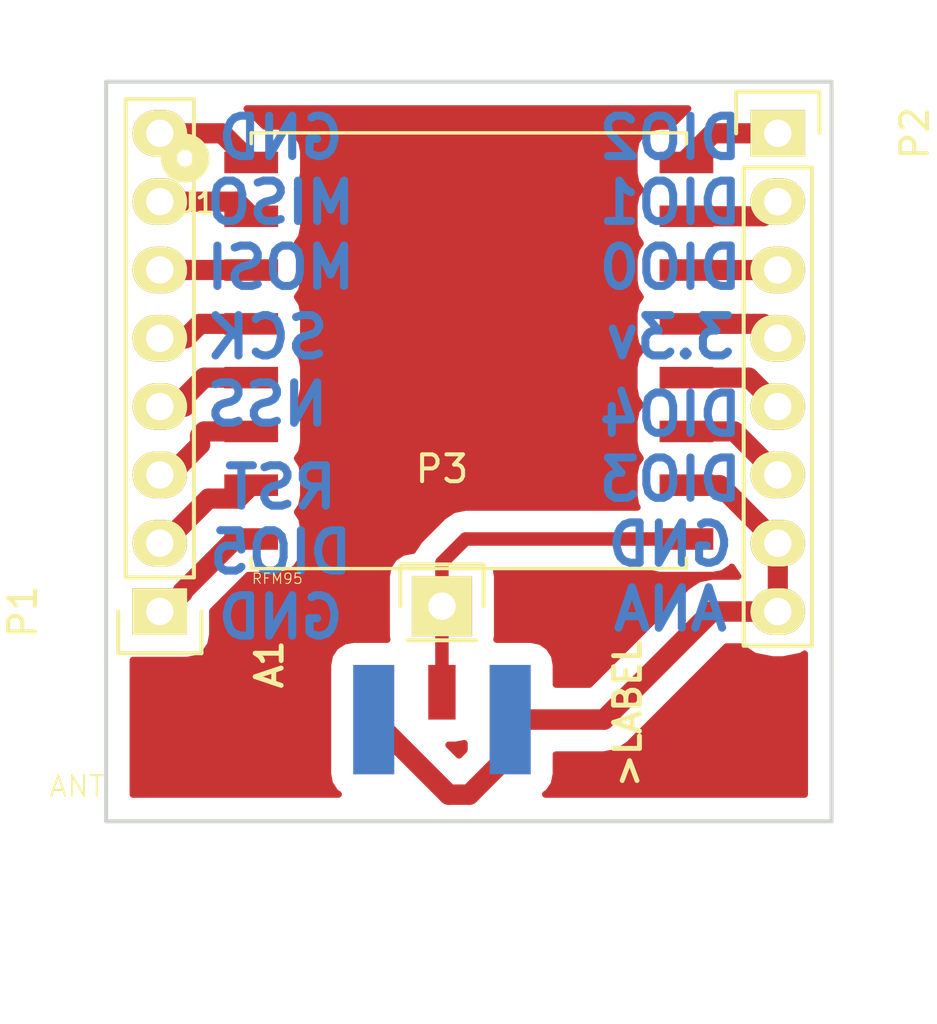
<source format=kicad_pcb>
(kicad_pcb (version 4) (host pcbnew 4.0.0-rc1-stable)

  (general
    (links 20)
    (no_connects 0)
    (area 134.924999 94.924999 162.075001 122.575001)
    (thickness 1.6)
    (drawings 13)
    (tracks 57)
    (zones 0)
    (modules 5)
    (nets 17)
  )

  (page A4)
  (layers
    (0 F.Cu signal)
    (31 B.Cu signal)
    (32 B.Adhes user)
    (33 F.Adhes user)
    (34 B.Paste user)
    (35 F.Paste user)
    (36 B.SilkS user)
    (37 F.SilkS user)
    (38 B.Mask user)
    (39 F.Mask user)
    (40 Dwgs.User user)
    (41 Cmts.User user)
    (42 Eco1.User user)
    (43 Eco2.User user)
    (44 Edge.Cuts user)
    (45 Margin user)
    (46 B.CrtYd user)
    (47 F.CrtYd user)
    (48 B.Fab user)
    (49 F.Fab user)
  )

  (setup
    (last_trace_width 0.25)
    (trace_clearance 0.2)
    (zone_clearance 0.8)
    (zone_45_only no)
    (trace_min 0.2)
    (segment_width 0.2)
    (edge_width 0.15)
    (via_size 0.6)
    (via_drill 0.4)
    (via_min_size 0.4)
    (via_min_drill 0.3)
    (uvia_size 0.3)
    (uvia_drill 0.1)
    (uvias_allowed no)
    (uvia_min_size 0.2)
    (uvia_min_drill 0.1)
    (pcb_text_width 0.3)
    (pcb_text_size 1.5 1.5)
    (mod_edge_width 0.15)
    (mod_text_size 1 1)
    (mod_text_width 0.15)
    (pad_size 1.524 1.524)
    (pad_drill 0.762)
    (pad_to_mask_clearance 0.2)
    (aux_axis_origin 0 0)
    (visible_elements 7FFFFFFF)
    (pcbplotparams
      (layerselection 0x00030_80000001)
      (usegerberextensions false)
      (excludeedgelayer true)
      (linewidth 0.100000)
      (plotframeref false)
      (viasonmask false)
      (mode 1)
      (useauxorigin false)
      (hpglpennumber 1)
      (hpglpenspeed 20)
      (hpglpendiameter 15)
      (hpglpenoverlay 2)
      (psnegative false)
      (psa4output false)
      (plotreference true)
      (plotvalue true)
      (plotinvisibletext false)
      (padsonsilk false)
      (subtractmaskfromsilk false)
      (outputformat 1)
      (mirror false)
      (drillshape 1)
      (scaleselection 1)
      (outputdirectory ""))
  )

  (net 0 "")
  (net 1 "Net-(P1-Pad1)")
  (net 2 "Net-(P1-Pad2)")
  (net 3 "Net-(P1-Pad3)")
  (net 4 "Net-(P1-Pad4)")
  (net 5 "Net-(P1-Pad5)")
  (net 6 "Net-(P1-Pad6)")
  (net 7 "Net-(P1-Pad7)")
  (net 8 "Net-(P1-Pad8)")
  (net 9 "Net-(P2-Pad1)")
  (net 10 "Net-(P2-Pad2)")
  (net 11 "Net-(P2-Pad3)")
  (net 12 "Net-(P2-Pad4)")
  (net 13 "Net-(P2-Pad5)")
  (net 14 "Net-(P2-Pad6)")
  (net 15 "Net-(A1-Pad1)")
  (net 16 "Net-(A1-Pad2)")

  (net_class Default "This is the default net class."
    (clearance 0.2)
    (trace_width 0.25)
    (via_dia 0.6)
    (via_drill 0.4)
    (uvia_dia 0.3)
    (uvia_drill 0.1)
    (add_net "Net-(A1-Pad1)")
    (add_net "Net-(A1-Pad2)")
    (add_net "Net-(P1-Pad1)")
    (add_net "Net-(P1-Pad2)")
    (add_net "Net-(P1-Pad3)")
    (add_net "Net-(P1-Pad4)")
    (add_net "Net-(P1-Pad5)")
    (add_net "Net-(P1-Pad6)")
    (add_net "Net-(P1-Pad7)")
    (add_net "Net-(P1-Pad8)")
    (add_net "Net-(P2-Pad1)")
    (add_net "Net-(P2-Pad2)")
    (add_net "Net-(P2-Pad3)")
    (add_net "Net-(P2-Pad4)")
    (add_net "Net-(P2-Pad5)")
    (add_net "Net-(P2-Pad6)")
  )

  (module LoRa:RFM (layer F.Cu) (tedit 576CF4AF) (tstamp 576CFD02)
    (at 148.5011 105.0036)
    (path /576D735D)
    (fp_text reference U1 (at -11.07 -5.04) (layer F.SilkS)
      (effects (font (size 0.77216 0.77216) (thickness 0.138988)) (justify left bottom))
    )
    (fp_text value RFM95 (at -8.1 8.7) (layer F.SilkS)
      (effects (font (size 0.38608 0.38608) (thickness 0.038608)) (justify left bottom))
    )
    (fp_line (start -8 -8) (end 8 -8) (layer Dwgs.User) (width 0.127))
    (fp_line (start 8 -8) (end 8 8) (layer Dwgs.User) (width 0.127))
    (fp_line (start 8 8) (end -8 8) (layer Dwgs.User) (width 0.127))
    (fp_line (start -8 8) (end -8 -8) (layer Dwgs.User) (width 0.127))
    (fp_line (start -8.1 -7.7) (end -8.1 -8.1) (layer F.SilkS) (width 0.127))
    (fp_line (start -8.1 -8.1) (end 8.1 -8.1) (layer F.SilkS) (width 0.127))
    (fp_line (start 8.1 -8.1) (end 8.1 -7.7) (layer F.SilkS) (width 0.127))
    (fp_line (start -8.1 7.7) (end -8.1 8.1) (layer F.SilkS) (width 0.127))
    (fp_line (start -8.1 8.1) (end 8.1 8.1) (layer F.SilkS) (width 0.127))
    (fp_line (start 8.1 8.1) (end 8.1 7.7) (layer F.SilkS) (width 0.127))
    (fp_circle (center -10.56 -7.16) (end -10.26 -7.16) (layer F.SilkS) (width 0.6096))
    (pad 16 smd rect (at 8.1 7 180) (size 2 0.8) (layers F.Cu F.Paste F.Mask)
      (net 16 "Net-(A1-Pad2)"))
    (pad 15 smd rect (at 8.1 5 180) (size 2 0.8) (layers F.Cu F.Paste F.Mask)
      (net 15 "Net-(A1-Pad1)"))
    (pad 14 smd rect (at 8.1 3 180) (size 2 0.8) (layers F.Cu F.Paste F.Mask)
      (net 14 "Net-(P2-Pad6)"))
    (pad 13 smd rect (at 8.1 1 180) (size 2 0.8) (layers F.Cu F.Paste F.Mask)
      (net 13 "Net-(P2-Pad5)"))
    (pad 12 smd rect (at 8.1 -1 180) (size 2 0.8) (layers F.Cu F.Paste F.Mask)
      (net 12 "Net-(P2-Pad4)"))
    (pad 11 smd rect (at 8.1 -3 180) (size 2 0.8) (layers F.Cu F.Paste F.Mask)
      (net 11 "Net-(P2-Pad3)"))
    (pad 10 smd rect (at 8.1 -5 180) (size 2 0.8) (layers F.Cu F.Paste F.Mask)
      (net 10 "Net-(P2-Pad2)"))
    (pad 9 smd rect (at 8.1 -7 180) (size 2 0.8) (layers F.Cu F.Paste F.Mask)
      (net 9 "Net-(P2-Pad1)"))
    (pad 1 smd rect (at -8.1 -7) (size 2 0.8) (layers F.Cu F.Paste F.Mask)
      (net 8 "Net-(P1-Pad8)"))
    (pad 2 smd rect (at -8.1 -5) (size 2 0.8) (layers F.Cu F.Paste F.Mask)
      (net 7 "Net-(P1-Pad7)"))
    (pad 3 smd rect (at -8.1 -3) (size 2 0.8) (layers F.Cu F.Paste F.Mask)
      (net 6 "Net-(P1-Pad6)"))
    (pad 4 smd rect (at -8.1 -1) (size 2 0.8) (layers F.Cu F.Paste F.Mask)
      (net 5 "Net-(P1-Pad5)"))
    (pad 5 smd rect (at -8.1 1) (size 2 0.8) (layers F.Cu F.Paste F.Mask)
      (net 4 "Net-(P1-Pad4)"))
    (pad 6 smd rect (at -8.1 3) (size 2 0.8) (layers F.Cu F.Paste F.Mask)
      (net 3 "Net-(P1-Pad3)"))
    (pad 7 smd rect (at -8.1 5) (size 2 0.8) (layers F.Cu F.Paste F.Mask)
      (net 2 "Net-(P1-Pad2)"))
    (pad 8 smd rect (at -8.1 7 180) (size 2 0.8) (layers F.Cu F.Paste F.Mask)
      (net 1 "Net-(P1-Pad1)"))
  )

  (module Socket_Strips:Socket_Strip_Straight_1x08 (layer F.Cu) (tedit 0) (tstamp 576CFCE2)
    (at 137 114.7 90)
    (descr "Through hole socket strip")
    (tags "socket strip")
    (path /576CFBB0)
    (fp_text reference P1 (at 0 -5.1 90) (layer F.SilkS)
      (effects (font (size 1 1) (thickness 0.15)))
    )
    (fp_text value CONN_01X08 (at 0 -3.1 90) (layer F.Fab)
      (effects (font (size 1 1) (thickness 0.15)))
    )
    (fp_line (start -1.75 -1.75) (end -1.75 1.75) (layer F.CrtYd) (width 0.05))
    (fp_line (start 19.55 -1.75) (end 19.55 1.75) (layer F.CrtYd) (width 0.05))
    (fp_line (start -1.75 -1.75) (end 19.55 -1.75) (layer F.CrtYd) (width 0.05))
    (fp_line (start -1.75 1.75) (end 19.55 1.75) (layer F.CrtYd) (width 0.05))
    (fp_line (start 1.27 1.27) (end 19.05 1.27) (layer F.SilkS) (width 0.15))
    (fp_line (start 19.05 1.27) (end 19.05 -1.27) (layer F.SilkS) (width 0.15))
    (fp_line (start 19.05 -1.27) (end 1.27 -1.27) (layer F.SilkS) (width 0.15))
    (fp_line (start -1.55 1.55) (end 0 1.55) (layer F.SilkS) (width 0.15))
    (fp_line (start 1.27 1.27) (end 1.27 -1.27) (layer F.SilkS) (width 0.15))
    (fp_line (start 0 -1.55) (end -1.55 -1.55) (layer F.SilkS) (width 0.15))
    (fp_line (start -1.55 -1.55) (end -1.55 1.55) (layer F.SilkS) (width 0.15))
    (pad 1 thru_hole rect (at 0 0 90) (size 1.7272 2.032) (drill 1.016) (layers *.Cu *.Mask F.SilkS)
      (net 1 "Net-(P1-Pad1)"))
    (pad 2 thru_hole oval (at 2.54 0 90) (size 1.7272 2.032) (drill 1.016) (layers *.Cu *.Mask F.SilkS)
      (net 2 "Net-(P1-Pad2)"))
    (pad 3 thru_hole oval (at 5.08 0 90) (size 1.7272 2.032) (drill 1.016) (layers *.Cu *.Mask F.SilkS)
      (net 3 "Net-(P1-Pad3)"))
    (pad 4 thru_hole oval (at 7.62 0 90) (size 1.7272 2.032) (drill 1.016) (layers *.Cu *.Mask F.SilkS)
      (net 4 "Net-(P1-Pad4)"))
    (pad 5 thru_hole oval (at 10.16 0 90) (size 1.7272 2.032) (drill 1.016) (layers *.Cu *.Mask F.SilkS)
      (net 5 "Net-(P1-Pad5)"))
    (pad 6 thru_hole oval (at 12.7 0 90) (size 1.7272 2.032) (drill 1.016) (layers *.Cu *.Mask F.SilkS)
      (net 6 "Net-(P1-Pad6)"))
    (pad 7 thru_hole oval (at 15.24 0 90) (size 1.7272 2.032) (drill 1.016) (layers *.Cu *.Mask F.SilkS)
      (net 7 "Net-(P1-Pad7)"))
    (pad 8 thru_hole oval (at 17.78 0 90) (size 1.7272 2.032) (drill 1.016) (layers *.Cu *.Mask F.SilkS)
      (net 8 "Net-(P1-Pad8)"))
    (model Socket_Strips.3dshapes/Socket_Strip_Straight_1x08.wrl
      (at (xyz 0.35 0 0))
      (scale (xyz 1 1 1))
      (rotate (xyz 0 0 180))
    )
  )

  (module Socket_Strips:Socket_Strip_Straight_1x08 (layer F.Cu) (tedit 0) (tstamp 576CFCEE)
    (at 160 96.92 270)
    (descr "Through hole socket strip")
    (tags "socket strip")
    (path /576CFB85)
    (fp_text reference P2 (at 0 -5.1 270) (layer F.SilkS)
      (effects (font (size 1 1) (thickness 0.15)))
    )
    (fp_text value CONN_01X08 (at 0 -3.1 270) (layer F.Fab)
      (effects (font (size 1 1) (thickness 0.15)))
    )
    (fp_line (start -1.75 -1.75) (end -1.75 1.75) (layer F.CrtYd) (width 0.05))
    (fp_line (start 19.55 -1.75) (end 19.55 1.75) (layer F.CrtYd) (width 0.05))
    (fp_line (start -1.75 -1.75) (end 19.55 -1.75) (layer F.CrtYd) (width 0.05))
    (fp_line (start -1.75 1.75) (end 19.55 1.75) (layer F.CrtYd) (width 0.05))
    (fp_line (start 1.27 1.27) (end 19.05 1.27) (layer F.SilkS) (width 0.15))
    (fp_line (start 19.05 1.27) (end 19.05 -1.27) (layer F.SilkS) (width 0.15))
    (fp_line (start 19.05 -1.27) (end 1.27 -1.27) (layer F.SilkS) (width 0.15))
    (fp_line (start -1.55 1.55) (end 0 1.55) (layer F.SilkS) (width 0.15))
    (fp_line (start 1.27 1.27) (end 1.27 -1.27) (layer F.SilkS) (width 0.15))
    (fp_line (start 0 -1.55) (end -1.55 -1.55) (layer F.SilkS) (width 0.15))
    (fp_line (start -1.55 -1.55) (end -1.55 1.55) (layer F.SilkS) (width 0.15))
    (pad 1 thru_hole rect (at 0 0 270) (size 1.7272 2.032) (drill 1.016) (layers *.Cu *.Mask F.SilkS)
      (net 9 "Net-(P2-Pad1)"))
    (pad 2 thru_hole oval (at 2.54 0 270) (size 1.7272 2.032) (drill 1.016) (layers *.Cu *.Mask F.SilkS)
      (net 10 "Net-(P2-Pad2)"))
    (pad 3 thru_hole oval (at 5.08 0 270) (size 1.7272 2.032) (drill 1.016) (layers *.Cu *.Mask F.SilkS)
      (net 11 "Net-(P2-Pad3)"))
    (pad 4 thru_hole oval (at 7.62 0 270) (size 1.7272 2.032) (drill 1.016) (layers *.Cu *.Mask F.SilkS)
      (net 12 "Net-(P2-Pad4)"))
    (pad 5 thru_hole oval (at 10.16 0 270) (size 1.7272 2.032) (drill 1.016) (layers *.Cu *.Mask F.SilkS)
      (net 13 "Net-(P2-Pad5)"))
    (pad 6 thru_hole oval (at 12.7 0 270) (size 1.7272 2.032) (drill 1.016) (layers *.Cu *.Mask F.SilkS)
      (net 14 "Net-(P2-Pad6)"))
    (pad 7 thru_hole oval (at 15.24 0 270) (size 1.7272 2.032) (drill 1.016) (layers *.Cu *.Mask F.SilkS)
      (net 15 "Net-(A1-Pad1)"))
    (pad 8 thru_hole oval (at 17.78 0 270) (size 1.7272 2.032) (drill 1.016) (layers *.Cu *.Mask F.SilkS)
      (net 15 "Net-(A1-Pad1)"))
    (model Socket_Strips.3dshapes/Socket_Strip_Straight_1x08.wrl
      (at (xyz 0.35 0 0))
      (scale (xyz 1 1 1))
      (rotate (xyz 0 0 180))
    )
  )

  (module LoRa:SMA_Conn_Ant (layer F.Cu) (tedit 576EB192) (tstamp 576EB1ED)
    (at 147.5 120.75 90)
    (path /576D9482)
    (fp_text reference A1 (at 5.08 -6.985 90) (layer F.SilkS)
      (effects (font (size 0.9652 0.9652) (thickness 0.18288)) (justify right top))
    )
    (fp_text value ANT (at 0 -12.5 180) (layer F.SilkS)
      (effects (font (size 0.77216 0.77216) (thickness 0.077216)) (justify right top))
    )
    (fp_line (start -9.2075 -2.54) (end -8.255 -2.54) (layer Dwgs.User) (width 0.2032))
    (fp_line (start -8.255 -2.54) (end -8.255 -3.175) (layer Dwgs.User) (width 0.2032))
    (fp_line (start -8.255 -3.175) (end -7.62 -3.175) (layer Dwgs.User) (width 0.2032))
    (fp_line (start -7.62 -3.175) (end -6.985 -3.175) (layer Dwgs.User) (width 0.2032))
    (fp_line (start -6.985 -3.175) (end -6.35 -3.175) (layer Dwgs.User) (width 0.2032))
    (fp_line (start -6.35 -3.175) (end -5.715 -3.175) (layer Dwgs.User) (width 0.2032))
    (fp_line (start -5.715 -3.175) (end -5.08 -3.175) (layer Dwgs.User) (width 0.2032))
    (fp_line (start -5.08 -3.175) (end -4.445 -3.175) (layer Dwgs.User) (width 0.2032))
    (fp_line (start -4.445 -3.175) (end -3.4925 -3.175) (layer Dwgs.User) (width 0.2032))
    (fp_line (start -3.4925 -3.175) (end -3.4925 -2.54) (layer Dwgs.User) (width 0.2032))
    (fp_line (start -3.4925 -2.54) (end -1.5875 -2.54) (layer Dwgs.User) (width 0.2032))
    (fp_line (start -1.5875 -2.54) (end -1.5875 2.54) (layer Dwgs.User) (width 0.2032))
    (fp_line (start -1.5875 2.54) (end -3.4925 2.54) (layer Dwgs.User) (width 0.2032))
    (fp_line (start -3.4925 2.54) (end -3.4925 3.175) (layer Dwgs.User) (width 0.2032))
    (fp_line (start -3.4925 3.175) (end -4.445 3.175) (layer Dwgs.User) (width 0.2032))
    (fp_line (start -4.445 3.175) (end -5.08 3.175) (layer Dwgs.User) (width 0.2032))
    (fp_line (start -5.08 3.175) (end -5.715 3.175) (layer Dwgs.User) (width 0.2032))
    (fp_line (start -5.715 3.175) (end -6.35 3.175) (layer Dwgs.User) (width 0.2032))
    (fp_line (start -6.35 3.175) (end -6.985 3.175) (layer Dwgs.User) (width 0.2032))
    (fp_line (start -6.985 3.175) (end -7.62 3.175) (layer Dwgs.User) (width 0.2032))
    (fp_line (start -7.62 3.175) (end -8.255 3.175) (layer Dwgs.User) (width 0.2032))
    (fp_line (start -8.255 3.175) (end -8.255 2.54) (layer Dwgs.User) (width 0.2032))
    (fp_line (start -8.255 2.54) (end -9.2075 2.54) (layer Dwgs.User) (width 0.2032))
    (fp_line (start -9.2075 2.54) (end -9.2075 -2.54) (layer Dwgs.User) (width 0.2032))
    (fp_line (start -8.255 -2.54) (end -8.255 2.54) (layer Dwgs.User) (width 0.2032))
    (fp_line (start -8.255 -3.175) (end -7.62 3.175) (layer Dwgs.User) (width 0.2032))
    (fp_line (start -7.62 -3.175) (end -6.985 3.175) (layer Dwgs.User) (width 0.2032))
    (fp_line (start -6.985 -3.175) (end -6.35 3.175) (layer Dwgs.User) (width 0.2032))
    (fp_line (start -6.35 -3.175) (end -5.715 3.175) (layer Dwgs.User) (width 0.2032))
    (fp_line (start -5.715 -3.175) (end -5.08 3.175) (layer Dwgs.User) (width 0.2032))
    (fp_line (start -5.08 -3.175) (end -4.445 3.175) (layer Dwgs.User) (width 0.2032))
    (fp_line (start -4.445 -3.175) (end -3.81 3.175) (layer Dwgs.User) (width 0.2032))
    (fp_text user >LABEL (at 5.08 6.35 90) (layer F.SilkS)
      (effects (font (size 0.9652 0.9652) (thickness 0.18288)) (justify right top))
    )
    (fp_poly (pts (xy 0 0.3175) (xy 3.175 0.3175) (xy 3.175 -0.3175) (xy 0 -0.3175)) (layer Dwgs.User) (width 0))
    (fp_poly (pts (xy -1.524 -3.048) (xy 3.81 -3.048) (xy 3.81 -2.032) (xy 0 -2.032)
      (xy 0 2.032) (xy 3.81 2.032) (xy 3.81 3.048) (xy -1.524 3.048)) (layer Dwgs.User) (width 0))
    (fp_poly (pts (xy -1.524 -5.08) (xy 0 -5.08) (xy 0 5.08) (xy -1.524 5.08)) (layer Dwgs.User) (width 0))
    (fp_line (start 3.3574 -0.7) (end 3.3574 -2.1) (layer Dwgs.User) (width 0.2032))
    (fp_line (start 3.3574 -2.1) (end 0.7574 -2.1) (layer Dwgs.User) (width 0.2032))
    (fp_line (start 0.7574 2.1) (end 3.3574 2.1) (layer Dwgs.User) (width 0.2032))
    (fp_line (start 3.3574 2.1) (end 3.3574 0.7) (layer Dwgs.User) (width 0.2032))
    (fp_line (start 0.7574 -0.7) (end 0.7574 -2.1) (layer Dwgs.User) (width 0.2032))
    (fp_line (start 0.7574 2.1) (end 0.7574 0.7) (layer Dwgs.User) (width 0.2032))
    (fp_line (start 3.4574 -0.7) (end 3.4574 -2) (layer Dwgs.User) (width 0.2032))
    (fp_line (start 3.4574 2) (end 3.4574 0.7) (layer Dwgs.User) (width 0.2032))
    (fp_line (start 3.5574 -0.7) (end 3.5574 -2.1) (layer Dwgs.User) (width 0.2032))
    (fp_line (start 3.5574 2.1) (end 3.5574 0.7) (layer Dwgs.User) (width 0.2032))
    (fp_line (start 3.5574 -2.1) (end 3.3574 -2.1) (layer Dwgs.User) (width 0.2032))
    (fp_line (start 3.5574 -0.7) (end 3.3574 -0.7) (layer Dwgs.User) (width 0.2032))
    (fp_line (start 3.5574 0.7) (end 3.3574 0.7) (layer Dwgs.User) (width 0.2032))
    (fp_line (start 3.5574 2.1) (end 3.3574 2.1) (layer Dwgs.User) (width 0.2032))
    (fp_poly (pts (xy 3.2004 0.4826) (xy 3.9624 0.4826) (xy 3.9624 -0.4826) (xy 3.2004 -0.4826)) (layer F.Paste) (width 0))
    (fp_poly (pts (xy 0.889 -0.9382) (xy 3.2258 -0.9382) (xy 3.2258 -1.8526) (xy 0.889 -1.8526)) (layer F.Mask) (width 0))
    (fp_poly (pts (xy 0.9906 -0.989) (xy 3.1242 -0.989) (xy 3.1242 -1.8018) (xy 0.9906 -1.8018)) (layer F.Paste) (width 0))
    (fp_poly (pts (xy 0.889 1.8526) (xy 3.2258 1.8526) (xy 3.2258 0.9382) (xy 0.889 0.9382)) (layer F.Mask) (width 0))
    (fp_poly (pts (xy 0.9906 1.8018) (xy 3.1242 1.8018) (xy 3.1242 0.989) (xy 0.9906 0.989)) (layer F.Paste) (width 0))
    (pad 1 smd rect (at 2.032 -2.54 180) (size 1.524 4.064) (layers F.Cu F.Paste F.Mask)
      (net 15 "Net-(A1-Pad1)"))
    (pad 3 smd rect (at 2.032 2.54 180) (size 1.524 4.064) (layers F.Cu F.Paste F.Mask)
      (net 15 "Net-(A1-Pad1)"))
    (pad 2 smd rect (at 3.048 0 180) (size 1.016 2.032) (layers F.Cu F.Paste F.Mask)
      (net 16 "Net-(A1-Pad2)"))
    (pad "" smd rect (at 2.032 -2.54 180) (size 1.524 4.064) (layers B.Cu B.Paste B.Mask))
    (pad "" smd rect (at 2.032 2.54 180) (size 1.524 4.064) (layers B.Cu B.Paste B.Mask))
  )

  (module Pin_Headers:Pin_Header_Straight_1x01 (layer F.Cu) (tedit 54EA08DC) (tstamp 576EC2F3)
    (at 147.5 114.5)
    (descr "Through hole pin header")
    (tags "pin header")
    (path /576EBD64)
    (fp_text reference P3 (at 0 -5.1) (layer F.SilkS)
      (effects (font (size 1 1) (thickness 0.15)))
    )
    (fp_text value CONN_01X01 (at 0 -3.1) (layer F.Fab)
      (effects (font (size 1 1) (thickness 0.15)))
    )
    (fp_line (start 1.55 -1.55) (end 1.55 0) (layer F.SilkS) (width 0.15))
    (fp_line (start -1.75 -1.75) (end -1.75 1.75) (layer F.CrtYd) (width 0.05))
    (fp_line (start 1.75 -1.75) (end 1.75 1.75) (layer F.CrtYd) (width 0.05))
    (fp_line (start -1.75 -1.75) (end 1.75 -1.75) (layer F.CrtYd) (width 0.05))
    (fp_line (start -1.75 1.75) (end 1.75 1.75) (layer F.CrtYd) (width 0.05))
    (fp_line (start -1.55 0) (end -1.55 -1.55) (layer F.SilkS) (width 0.15))
    (fp_line (start -1.55 -1.55) (end 1.55 -1.55) (layer F.SilkS) (width 0.15))
    (fp_line (start -1.27 1.27) (end 1.27 1.27) (layer F.SilkS) (width 0.15))
    (pad 1 thru_hole rect (at 0 0) (size 2.2352 2.2352) (drill 1.016) (layers *.Cu *.Mask F.SilkS)
      (net 16 "Net-(A1-Pad2)"))
    (model Pin_Headers.3dshapes/Pin_Header_Straight_1x01.wrl
      (at (xyz 0 0 0))
      (scale (xyz 1 1 1))
      (rotate (xyz 0 0 90))
    )
  )

  (gr_line (start 162 122.5) (end 162 116.5) (angle 90) (layer Edge.Cuts) (width 0.15))
  (gr_line (start 135 122.5) (end 162 122.5) (angle 90) (layer Edge.Cuts) (width 0.15))
  (gr_line (start 135 116.5) (end 135 122.5) (angle 90) (layer Edge.Cuts) (width 0.15))
  (gr_line (start 162 95) (end 135 95) (layer Edge.Cuts) (width 0.15))
  (gr_text "DIO4\nDIO3\nGND\nANA\n" (at 156 111) (layer B.Cu)
    (effects (font (size 1.5 1.5) (thickness 0.3)) (justify mirror))
  )
  (gr_text "3.3v\n" (at 156 104.5) (layer B.Cu)
    (effects (font (size 1.5 1.5) (thickness 0.3)) (justify mirror))
  )
  (gr_text "DIO2\nDIO1\nDIO0\n" (at 156 99.5) (layer B.Cu)
    (effects (font (size 1.5 1.5) (thickness 0.3)) (justify mirror))
  )
  (gr_text "RST\nDIO5\nGND\n" (at 141.5 112.5) (layer B.Cu)
    (effects (font (size 1.5 1.5) (thickness 0.3)) (justify mirror))
  )
  (gr_text "NSS\n" (at 141 107) (layer B.Cu)
    (effects (font (size 1.5 1.5) (thickness 0.3)) (justify mirror))
  )
  (gr_text "GND\nMISO\nMOSI\n" (at 141.5 99.5) (layer B.Cu)
    (effects (font (size 1.5 1.5) (thickness 0.3)) (justify mirror))
  )
  (gr_text "SCK\n" (at 141 104.5) (layer B.Cu)
    (effects (font (size 1.5 1.5) (thickness 0.3)) (justify mirror))
  )
  (gr_line (start 162 116.5) (end 162 95) (layer Edge.Cuts) (width 0.15))
  (gr_line (start 135 95) (end 135 116.5) (layer Edge.Cuts) (width 0.15))

  (segment (start 137.8524 114) (end 137.8524 113.9523) (width 0.75) (layer F.Cu) (net 1))
  (segment (start 137.8524 113.9523) (end 139.8011 112.0036) (width 0.75) (layer F.Cu) (net 1))
  (segment (start 139.8011 112.0036) (end 140.4011 112.0036) (width 0.75) (layer F.Cu) (net 1))
  (segment (start 137 114.7) (end 137.1524 114.7) (width 0.75) (layer F.Cu) (net 1))
  (segment (start 137.1524 114.7) (end 137.8524 114) (width 0.75) (layer F.Cu) (net 1))
  (segment (start 138.8124 110.5) (end 139.9047 110.5) (width 0.75) (layer F.Cu) (net 2))
  (segment (start 139.9047 110.5) (end 140.4011 110.0036) (width 0.75) (layer F.Cu) (net 2))
  (segment (start 137 112.16) (end 137.1524 112.16) (width 0.75) (layer F.Cu) (net 2))
  (segment (start 137.1524 112.16) (end 138.8124 110.5) (width 0.75) (layer F.Cu) (net 2))
  (segment (start 138.5 108.5) (end 138.5 108.1547) (width 0.75) (layer F.Cu) (net 3))
  (segment (start 138.5 108.1547) (end 138.6511 108.0036) (width 0.75) (layer F.Cu) (net 3))
  (segment (start 138.6511 108.0036) (end 140.4011 108.0036) (width 0.75) (layer F.Cu) (net 3))
  (segment (start 137.38 109.62) (end 138.5 108.5) (width 0.75) (layer F.Cu) (net 3))
  (segment (start 137 109.62) (end 137.38 109.62) (width 0.75) (layer F.Cu) (net 3))
  (segment (start 137.92 107.08) (end 137.92 106.7347) (width 0.75) (layer F.Cu) (net 4))
  (segment (start 137.92 106.7347) (end 138.6511 106.0036) (width 0.75) (layer F.Cu) (net 4))
  (segment (start 138.6511 106.0036) (end 140.4011 106.0036) (width 0.75) (layer F.Cu) (net 4))
  (segment (start 137 107.08) (end 137.92 107.08) (width 0.75) (layer F.Cu) (net 4))
  (segment (start 137.96 104.54) (end 138.4964 104.0036) (width 0.75) (layer F.Cu) (net 5))
  (segment (start 138.4964 104.0036) (end 140.4011 104.0036) (width 0.75) (layer F.Cu) (net 5))
  (segment (start 137 104.54) (end 137.96 104.54) (width 0.75) (layer F.Cu) (net 5))
  (segment (start 137 102) (end 140.3975 102) (width 0.75) (layer F.Cu) (net 6))
  (segment (start 140.3975 102) (end 140.4011 102.0036) (width 0.75) (layer F.Cu) (net 6))
  (segment (start 137 99.46) (end 139.8575 99.46) (width 0.75) (layer F.Cu) (net 7))
  (segment (start 139.8575 99.46) (end 140.4011 100.0036) (width 0.75) (layer F.Cu) (net 7))
  (segment (start 137 96.92) (end 139.3175 96.92) (width 0.75) (layer F.Cu) (net 8))
  (segment (start 139.3175 96.92) (end 140.4011 98.0036) (width 0.75) (layer F.Cu) (net 8))
  (segment (start 156.6011 97.8989) (end 157.58 96.92) (width 0.75) (layer F.Cu) (net 9))
  (segment (start 157.58 96.92) (end 160 96.92) (width 0.75) (layer F.Cu) (net 9))
  (segment (start 156.6011 98.0036) (end 156.6011 97.8989) (width 0.75) (layer F.Cu) (net 9))
  (segment (start 156.6011 100.0036) (end 159.4564 100.0036) (width 0.75) (layer F.Cu) (net 10))
  (segment (start 159.4564 100.0036) (end 160 99.46) (width 0.75) (layer F.Cu) (net 10))
  (segment (start 156.6011 102.0036) (end 159.9964 102.0036) (width 0.75) (layer F.Cu) (net 11))
  (segment (start 159.9964 102.0036) (end 160 102) (width 0.75) (layer F.Cu) (net 11))
  (segment (start 156.6011 104.0036) (end 159.4636 104.0036) (width 0.75) (layer F.Cu) (net 12))
  (segment (start 159.4636 104.0036) (end 160 104.54) (width 0.75) (layer F.Cu) (net 12))
  (segment (start 156.6011 106.0036) (end 158.9236 106.0036) (width 0.75) (layer F.Cu) (net 13))
  (segment (start 158.9236 106.0036) (end 160 107.08) (width 0.75) (layer F.Cu) (net 13))
  (segment (start 156.6011 108.0036) (end 158.3836 108.0036) (width 0.75) (layer F.Cu) (net 14))
  (segment (start 158.3836 108.0036) (end 160 109.62) (width 0.75) (layer F.Cu) (net 14))
  (segment (start 153.532 118.718) (end 157.55 114.7) (width 0.76) (layer F.Cu) (net 15))
  (segment (start 157.55 114.7) (end 160 114.7) (width 0.76) (layer F.Cu) (net 15))
  (segment (start 150.04 118.718) (end 153.532 118.718) (width 0.76) (layer F.Cu) (net 15))
  (segment (start 160 112.16) (end 160 114.7) (width 0.75) (layer F.Cu) (net 15))
  (segment (start 150.04 118.718) (end 150.04 119.988) (width 0.76) (layer F.Cu) (net 15))
  (segment (start 150.04 119.988) (end 148.518 121.51) (width 0.76) (layer F.Cu) (net 15))
  (segment (start 148.518 121.51) (end 147.752 121.51) (width 0.76) (layer F.Cu) (net 15))
  (segment (start 147.752 121.51) (end 144.96 118.718) (width 0.76) (layer F.Cu) (net 15))
  (segment (start 144.96 118.718) (end 144.96 117.673998) (width 0.76) (layer F.Cu) (net 15))
  (segment (start 158.827856 114.7) (end 160 114.7) (width 0.76) (layer F.Cu) (net 15))
  (segment (start 156.6011 110.0036) (end 157.8436 110.0036) (width 0.75) (layer F.Cu) (net 15))
  (segment (start 157.8436 110.0036) (end 160 112.16) (width 0.75) (layer F.Cu) (net 15))
  (segment (start 147.5 114.5) (end 147.5 112.8824) (width 0.5) (layer F.Cu) (net 16))
  (segment (start 147.5 112.8824) (end 148.3788 112.0036) (width 0.5) (layer F.Cu) (net 16))
  (segment (start 148.3788 112.0036) (end 155.1011 112.0036) (width 0.5) (layer F.Cu) (net 16))
  (segment (start 155.1011 112.0036) (end 156.6011 112.0036) (width 0.5) (layer F.Cu) (net 16))
  (segment (start 147.5 117.702) (end 147.5 114.5) (width 0.5) (layer F.Cu) (net 16))

  (zone (net 0) (net_name "") (layer F.Cu) (tstamp 576EBE0A) (hatch edge 0.508)
    (connect_pads (clearance 0.8))
    (min_thickness 0.254)
    (fill yes (arc_segments 16) (thermal_gap 0.508) (thermal_bridge_width 0.508))
    (polygon
      (pts
        (xy 162 122.5) (xy 135 122.5) (xy 135 95) (xy 162 95) (xy 162 122.5)
      )
    )
    (filled_polygon
      (pts
        (xy 156.000255 96.658439) (xy 155.6011 96.658439) (xy 155.257574 96.723078) (xy 154.942067 96.926101) (xy 154.730404 97.235879)
        (xy 154.655939 97.6036) (xy 154.655939 98.4036) (xy 154.720578 98.747126) (xy 154.887312 99.006238) (xy 154.730404 99.235879)
        (xy 154.655939 99.6036) (xy 154.655939 100.4036) (xy 154.720578 100.747126) (xy 154.887312 101.006238) (xy 154.730404 101.235879)
        (xy 154.655939 101.6036) (xy 154.655939 102.4036) (xy 154.720578 102.747126) (xy 154.887312 103.006238) (xy 154.730404 103.235879)
        (xy 154.655939 103.6036) (xy 154.655939 104.4036) (xy 154.720578 104.747126) (xy 154.887312 105.006238) (xy 154.730404 105.235879)
        (xy 154.655939 105.6036) (xy 154.655939 106.4036) (xy 154.720578 106.747126) (xy 154.887312 107.006238) (xy 154.730404 107.235879)
        (xy 154.655939 107.6036) (xy 154.655939 108.4036) (xy 154.720578 108.747126) (xy 154.887312 109.006238) (xy 154.730404 109.235879)
        (xy 154.655939 109.6036) (xy 154.655939 110.4036) (xy 154.720578 110.747126) (xy 154.771718 110.8266) (xy 148.378805 110.8266)
        (xy 148.3788 110.826599) (xy 147.928382 110.916194) (xy 147.546535 111.171335) (xy 146.667735 112.050135) (xy 146.412594 112.431981)
        (xy 146.411548 112.437239) (xy 146.3824 112.437239) (xy 146.038874 112.501878) (xy 145.723367 112.704901) (xy 145.511704 113.014679)
        (xy 145.437239 113.3824) (xy 145.437239 115.6176) (xy 145.460428 115.740839) (xy 144.198 115.740839) (xy 143.854474 115.805478)
        (xy 143.538967 116.008501) (xy 143.327304 116.318279) (xy 143.252839 116.686) (xy 143.252839 120.75) (xy 143.317478 121.093526)
        (xy 143.520501 121.409033) (xy 143.650708 121.498) (xy 136.002 121.498) (xy 136.002 116.508761) (xy 138.016 116.508761)
        (xy 138.359526 116.444122) (xy 138.675033 116.241099) (xy 138.886696 115.931321) (xy 138.961161 115.5636) (xy 138.961161 114.684845)
        (xy 140.297245 113.348761) (xy 141.4011 113.348761) (xy 141.744626 113.284122) (xy 142.060133 113.081099) (xy 142.271796 112.771321)
        (xy 142.346261 112.4036) (xy 142.346261 111.6036) (xy 142.281622 111.260074) (xy 142.114888 111.000962) (xy 142.271796 110.771321)
        (xy 142.346261 110.4036) (xy 142.346261 109.6036) (xy 142.281622 109.260074) (xy 142.114888 109.000962) (xy 142.271796 108.771321)
        (xy 142.346261 108.4036) (xy 142.346261 107.6036) (xy 142.281622 107.260074) (xy 142.114888 107.000962) (xy 142.271796 106.771321)
        (xy 142.346261 106.4036) (xy 142.346261 105.6036) (xy 142.281622 105.260074) (xy 142.114888 105.000962) (xy 142.271796 104.771321)
        (xy 142.346261 104.4036) (xy 142.346261 103.6036) (xy 142.281622 103.260074) (xy 142.114888 103.000962) (xy 142.271796 102.771321)
        (xy 142.346261 102.4036) (xy 142.346261 101.6036) (xy 142.281622 101.260074) (xy 142.114888 101.000962) (xy 142.271796 100.771321)
        (xy 142.346261 100.4036) (xy 142.346261 99.6036) (xy 142.281622 99.260074) (xy 142.114888 99.000962) (xy 142.271796 98.771321)
        (xy 142.346261 98.4036) (xy 142.346261 97.6036) (xy 142.281622 97.260074) (xy 142.078599 96.944567) (xy 141.768821 96.732904)
        (xy 141.4011 96.658439) (xy 140.897245 96.658439) (xy 140.240806 96.002) (xy 156.656694 96.002)
      )
    )
    (filled_polygon
      (pts
        (xy 159.124301 116.354299) (xy 159.809534 116.4906) (xy 160.190466 116.4906) (xy 160.875699 116.354299) (xy 160.998 116.27258)
        (xy 160.998 121.498) (xy 151.351471 121.498) (xy 151.461033 121.427499) (xy 151.672696 121.117721) (xy 151.747161 120.75)
        (xy 151.747161 120.025) (xy 153.531995 120.025) (xy 153.532 120.025001) (xy 154.032168 119.925511) (xy 154.456189 119.642189)
        (xy 158.091377 116.007) (xy 158.604533 116.007)
      )
    )
    (filled_polygon
      (pts
        (xy 148.332839 119.846783) (xy 148.135 120.044622) (xy 147.753538 119.663161) (xy 148.008 119.663161) (xy 148.332839 119.602038)
      )
    )
    (filled_polygon
      (pts
        (xy 158.521242 113.393) (xy 157.550005 113.393) (xy 157.55 113.392999) (xy 157.049832 113.492489) (xy 156.879993 113.605972)
        (xy 156.625811 113.775811) (xy 156.625809 113.775814) (xy 152.990622 117.411) (xy 151.747161 117.411) (xy 151.747161 116.686)
        (xy 151.682522 116.342474) (xy 151.479499 116.026967) (xy 151.169721 115.815304) (xy 150.802 115.740839) (xy 149.537805 115.740839)
        (xy 149.562761 115.6176) (xy 149.562761 113.3824) (xy 149.52479 113.1806) (xy 155.096251 113.1806) (xy 155.233379 113.274296)
        (xy 155.6011 113.348761) (xy 157.6011 113.348761) (xy 157.944626 113.284122) (xy 158.260133 113.081099) (xy 158.286779 113.042102)
      )
    )
  )
)

</source>
